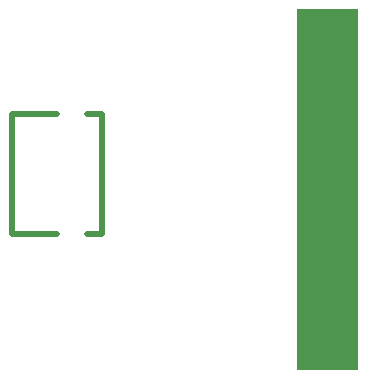
<source format=gbr>
G04 #@! TF.GenerationSoftware,KiCad,Pcbnew,5.1.4*
G04 #@! TF.CreationDate,2019-10-06T12:07:38-05:00*
G04 #@! TF.ProjectId,hardware,68617264-7761-4726-952e-6b696361645f,rev?*
G04 #@! TF.SameCoordinates,Original*
G04 #@! TF.FileFunction,Legend,Bot*
G04 #@! TF.FilePolarity,Positive*
%FSLAX46Y46*%
G04 Gerber Fmt 4.6, Leading zero omitted, Abs format (unit mm)*
G04 Created by KiCad (PCBNEW 5.1.4) date 2019-10-06 12:07:38*
%MOMM*%
%LPD*%
G04 APERTURE LIST*
%ADD10C,0.508000*%
%ADD11C,0.100000*%
G04 APERTURE END LIST*
D10*
X204470000Y-38100000D02*
X204470000Y-48260000D01*
X212090000Y-38100000D02*
X210820000Y-38100000D01*
X210820000Y-48260000D02*
X212090000Y-48260000D01*
X204470000Y-48260000D02*
X208280000Y-48260000D01*
X208280000Y-38100000D02*
X204470000Y-38100000D01*
X212090000Y-38100000D02*
X212090000Y-48260000D01*
D11*
G36*
X233680000Y-59690000D02*
G01*
X228600000Y-59690000D01*
X228600000Y-29210000D01*
X233680000Y-29210000D01*
X233680000Y-59690000D01*
G37*
X233680000Y-59690000D02*
X228600000Y-59690000D01*
X228600000Y-29210000D01*
X233680000Y-29210000D01*
X233680000Y-59690000D01*
M02*

</source>
